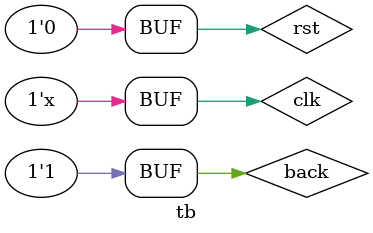
<source format=v>
`timescale 1ns / 1ps


module tb;

	// Inputs
	reg rst;
	reg clk;
  reg back = 1;

	// Outputs
	wire ovf;
	wire [2:0] high_val;
	wire [3:0] low_val;
  
  
  always #500000000 clk = ~clk;
  
	initial begin
		// Initialize Inputs
		rst = 0;
		clk = 0;
    
		// Wait 100 ns for global reset to finish
		#100;
        
		// Add stimulus here
	end
  
  	// Instantiate the Unit Under Test (UUT)
	time_counter uut (
		.rst(rst), 
		.clk(clk), 
		.ovf(ovf), 
		.high_val(high_val), 
		.low_val(low_val),
    .back(back)
	);
      
      
endmodule


</source>
